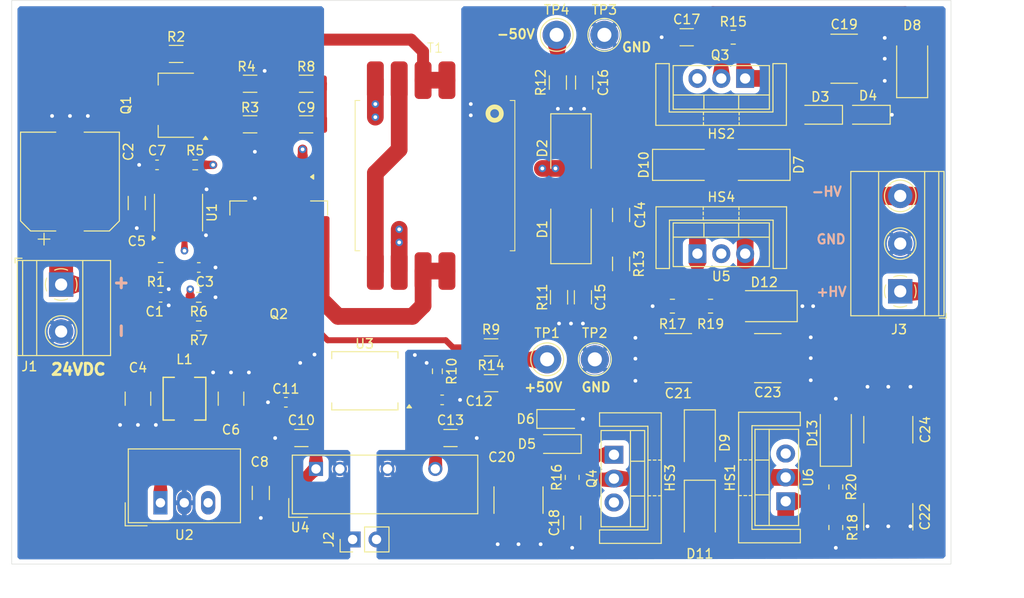
<source format=kicad_pcb>
(kicad_pcb (version 20240108) (generator "pcbnew") (generator_version "8.0")
  (layers (0 "F.Cu" signal) (1 "In1.Cu" signal) (2 "In2.Cu" signal) (31 "B.Cu" signal) (34 "B.Paste" user) (35 "F.Paste" user) (36 "B.SilkS" user "B.Silkscreen") (37 "F.SilkS" user "F.Silkscreen") (38 "B.Mask" user) (39 "F.Mask" user) (44 "Edge.Cuts" user))
  (net 0 "")
  (net 1 "GNDS")
  (net 2 "Net-(U1-Ith{slash}RUN)")
  (net 3 "+24V")
  (net 4 "Net-(C3-Pad1)")
  (net 5 "Net-(U2-Vin)")
  (net 6 "Net-(Q1-B)")
  (net 7 "+5V")
  (net 8 "Net-(C9-Pad1)")
  (net 9 "Net-(Q2-D)")
  (net 10 "GND")
  (net 11 "+50V")
  (net 12 "Net-(D3-K)")
  (net 13 "+44V")
  (net 14 "-50V")
  (net 15 "Net-(D5-K)")
  (net 16 "Net-(D10-K)")
  (net 17 "-44V")
  (net 18 "+5VD")
  (net 19 "Net-(D1-A)")
  (net 20 "Net-(D11-A)")
  (net 21 "Net-(D2-A)")
  (net 22 "Net-(D3-A)")
  (net 23 "Net-(D5-A)")
  (net 25 "Net-(C14-Pad2)")
  (net 26 "Net-(Q1-C)")
  (net 27 "Net-(Q1-E)")
  (net 28 "Net-(Q2-G)")
  (net 29 "Net-(Q3-E)")
  (net 30 "Net-(Q4-E)")
  (net 31 "Net-(R2-Pad2)")
  (net 32 "Net-(U1-TG)")
  (net 33 "Net-(U1-SET)")
  (net 34 "Net-(R7-Pad2)")
  (net 35 "Net-(R10-Pad2)")
  (net 36 "Net-(T1-Pad5)")
  (net 37 "Net-(T1-Pad1)")
  (footprint "Resistor_SMD:R_1206_3216Metric_Pad1.30x1.75mm_HandSolder" (layer "F.Cu") (at 133.35 78.867)
    (property "Reference" "R8")
    (property "Value" "47")
  )
  (footprint "Resistor_SMD:R_0603_1608Metric_Pad0.98x0.95mm_HandSolder" (layer "F.Cu") (at 147.32 109.474 -90)
    (property "Reference" "R10")
    (property "Value" "15k")
  )
  (footprint "Resistor_SMD:R_0805_2012Metric_Pad1.20x1.40mm_HandSolder" (layer "F.Cu") (at 172.339 102.545)
    (property "Reference" "R17")
    (property "Value" "5k11/0.5W")
  )
  (footprint "FLYBACK_LTC1624:VP3" (layer "F.Cu") (at 147.066 88.646 -90)
    (property "Reference" "T1")
    (property "Value" "VP3-0138")
  )
  (footprint "Package_TO_SOT_THT:TO-220-3_Vertical" (layer "F.Cu") (at 180.086 78.303 180)
    (property "Reference" "Q3")
    (property "Value" "TIP125")
  )
  (footprint "Resistor_SMD:R_1206_3216Metric_Pad1.30x1.75mm_HandSolder" (layer "F.Cu") (at 153.035 110.744)
    (property "Reference" "R14")
    (property "Value" "620k")
  )
  (footprint "Package_TO_SOT_THT:TO-220-3_Vertical" (layer "F.Cu") (at 184.404 123.317 90)
    (property "Reference" "U6")
    (property "Value" "LM317HV_TO-220")
  )
  (footprint "Diode_SMD:D_SMA" (layer "F.Cu") (at 175.26 124.587 -90)
    (property "Reference" "D11")
    (property "Value" "MRA4003T3G")
  )
  (footprint "Package_TO_SOT_THT:TO-220-3_Vertical" (layer "F.Cu") (at 175.006 96.957)
    (property "Reference" "U5")
    (property "Value" "LM337HV_TO220")
  )
  (footprint "Diode_SMD:D_SOD-123" (layer "F.Cu") (at 160.274 117.221 180)
    (property "Reference" "D5")
    (property "Value" "MMSZ5260BT1G")
  )
  (footprint "Diode_SMD:D_SMB" (layer "F.Cu") (at 161.544 85.725 -90)
    (property "Reference" "D2")
    (property "Value" "MURS120T3")
  )
  (footprint "Capacitor_SMD:C_1206_3216Metric_Pad1.33x1.80mm_HandSolder" (layer "F.Cu") (at 132.842 116.586 180)
    (property "Reference" "C10")
    (property "Value" "10u")
  )
  (footprint "Resistor_SMD:R_1206_3216Metric_Pad1.30x1.75mm_HandSolder" (layer "F.Cu") (at 119.507 75.692)
    (property "Reference" "R2")
    (property "Value" "CRF1206-FZ-R020ELF")
  )
  (footprint "Converter_DCDC:Converter_DCDC_TRACO_TBA1-xxxxE_Single_THT" (layer "F.Cu") (at 134.3975 119.8735 90)
    (property "Reference" "U4")
    (property "Value" "TBA1-0511E")
  )
  (footprint "Resistor_SMD:R_0603_1608Metric_Pad0.98x0.95mm_HandSolder" (layer "F.Cu") (at 121.539 87.503)
    (property "Reference" "R5")
    (property "Value" "10")
  )
  (footprint "Capacitor_SMD:C_0603_1608Metric_Pad1.08x0.95mm_HandSolder" (layer "F.Cu") (at 117.475 87.503 180)
    (property "Reference" "C7")
    (property "Value" "1u")
  )
  (footprint "FLYBACK_LTC1624:C_2220_5750Metric_Pad1.97x5.40mm_HandSolder" (layer "F.Cu") (at 195.326 115.697 90)
    (property "Reference" "C24")
    (property "Value" "10u")
  )
  (footprint "Capacitor_SMD:C_1206_3216Metric_Pad1.33x1.80mm_HandSolder" (layer "F.Cu") (at 161.671 125.603 -90)
    (property "Reference" "C18")
    (property "Value" "0.05u")
  )
  (footprint "Capacitor_SMD:C_1206_3216Metric_Pad1.33x1.80mm_HandSolder" (layer "F.Cu") (at 133.35 83.185 180)
    (property "Reference" "C9")
    (property "Value" "0.22u")
  )
  (footprint "Capacitor_SMD:C_1206_3216Metric_Pad1.33x1.80mm_HandSolder" (layer "F.Cu") (at 128.524 122.428 -90)
    (property "Reference" "C8")
    (property "Value" "10u")
  )
  (footprint "Package_TO_SOT_SMD:TO-263-2" (layer "F.Cu") (at 130.429 96.169 -90)
    (property "Reference" "Q2")
    (property "Value" "IRL540NS")
  )
  (footprint "Capacitor_SMD:C_1206_3216Metric_Pad1.33x1.80mm_HandSolder" (layer "F.Cu") (at 162.941 78.74 90)
    (property "Reference" "C16")
    (property "Value" "1u")
  )
  (footprint "FLYBACK_LTC1624:TCK-141" (layer "F.Cu") (at 120.396 112.395 -90)
    (property "Reference" "L1")
    (property "Value" "TCK-141")
  )
  (footprint "Resistor_SMD:R_0603_1608Metric_Pad0.98x0.95mm_HandSolder" (layer "F.Cu") (at 121.92 104.648)
    (property "Reference" "R7")
    (property "Value" "100")
  )
  (footprint "TerminalBlock_Phoenix:TerminalBlock_Phoenix_MKDS-1,5-3-5.08_1x03_P5.08mm_Horizontal" (layer "F.Cu") (at 196.596 100.965 90)
    (property "Reference" "J3")
    (property "Value" "1715734")
  )
  (footprint "Converter_DCDC:Converter_DCDC_TRACO_TSR-1_THT" (layer "F.Cu") (at 117.8365 123.4755)
    (property "Reference" "U2")
    (property "Value" "TSR_1-2450")
  )
  (footprint "Diode_SMD:D_SMA" (layer "F.Cu") (at 197.866 76.835 90)
    (property "Reference" "D8")
    (property "Value" "MRA4003T3G")
  )
  (footprint "Symbol:Symbol_HighVoltage_Triangle_8x7mm_Copper" (layer "F.Cu") (at 107.061 125.603)
    (property "Reference" "SYM2" (hide yes))
    (property "Value" "SYM_Flash_Large" (hide yes))
  )
  (footprint "Diode_SMD:D_SMB" (layer "F.Cu") (at 161.544 94.361 90)
    (property "Reference" "D1")
    (property "Value" "MURS120T3")
  )
  (footprint "Capacitor_SMD:C_0603_1608Metric_Pad1.08x0.95mm_HandSolder" (layer "F.Cu") (at 121.92 98.425)
    (property "Reference" "C3")
    (property "Value" "1u")
  )
  (footprint "FLYBACK_LTC1624:C_2220_5750Metric_Pad1.97x5.40mm_HandSolder" (layer "F.Cu") (at 182.499 108.077 180)
    (property "Reference" "C23")
    (property "Value" "10u")
  )
  (footprint "Diode_SMD:D_SOD-123" (layer "F.Cu") (at 188.087 82.169 180)
    (property "Reference" "D3")
    (property "Value" "MMSZ5260BT1G")
  )
  (footprint "TestPoint:TestPoint_THTPad_D3.0mm_Drill1.5mm" (layer "F.Cu") (at 164.084 108.204 180)
    (property "Reference" "TP2")
    (property "Value" "TestPoint")
  )
  (footprint "Resistor_SMD:R_1206_3216Metric_Pad1.30x1.75mm_HandSolder" (layer "F.Cu") (at 160.274 101.6 -90)
    (property "Reference" "R11")
    (property "Value" "18k")
  )
  (footprint "TerminalBlock_Phoenix:TerminalBlock_Phoenix_MKDS-1,5-2_1x02_P5.00mm_Horizontal" (layer "F.Cu") (at 107.264 100.243 -90)
    (property "Reference" "J1")
    (property "Value" "1715721")
  )
  (footprint "Resistor_SMD:R_1206_3216Metric_Pad1.30x1.75mm_HandSolder" (layer "F.Cu") (at 153.035 106.934)
    (property "Reference" "R9")
    (property "Value" "620k")
  )
  (footprint "Resistor_SMD:R_1206_3216Metric_Pad1.30x1.75mm_HandSolder" (layer "F.Cu") (at 166.878 98.044 -90)
    (property "Reference" "R13")
    (property "Value" "47")
  )
  (footprint "Resistor_SMD:R_0805_2012Metric_Pad1.20x1.40mm_HandSolder" (layer "F.Cu") (at 189.738 121.793 -90)
    (property "Reference" "R20")
    (property "Value" "150/.25W")
  )
  (footprint "Resistor_SMD:R_0603_1608Metric_Pad0.98x0.95mm_HandSolder" (layer "F.Cu") (at 117.856 98.425)
    (property "Reference" "R1")
    (property "Value" "1k")
  )
  (footprint "FLYBACK_LTC1624:C_2220_5750Metric_Pad1.97x5.40mm_HandSolder" (layer "F.Cu") (at 195.326 124.968 -90)
    (property "Reference" "C22")
    (property "Value" "10u")
  )
  (footprint "Capacitor_SMD:C_1210_3225Metric_Pad1.33x2.70mm_HandSolder" (layer "F.Cu") (at 115.443 112.395 -90)
    (property "Reference" "C4")
    (property "Value" "10u")
  )
  (footprint "Capacitor_SMD:C_1206_3216Metric_Pad1.33x1.80mm_HandSolder" (layer "F.Cu") (at 162.814 101.6 -90)
    (property "Reference" "C15")
    (property "Value" "1u")
  )
  (footprint "Capacitor_SMD:C_1210_3225Metric_Pad1.33x2.70mm_HandSolder" (layer "F.Cu") (at 125.349 112.395 90)
    (property "Reference" "C6")
    (property "Value" "10u")
  )
  (footprint "FLYBACK_LTC1624:Heatsink_Stonecold_HS-S01_13.21x6.35mm" (layer "F.Cu") (at 177.546 83.185 180)
    (property "Reference" "HS2")
    (property "Value" "HS-S01")
  )
  (footprint "Diode_SMD:D_SMA" (layer "F.Cu") (at 189.738 116.078 90)
    (property "Reference" "D13")
    (property "Value" "MRA4003T3G")
  )
  (footprint "Diode_SMD:D_SMA" (layer "F.Cu") (at 181.356 87.503 180)
    (property "Reference" "D7")
    (property "Value" "MRA4003T3G")
  )
  (footprint "Diode_SMD:D_SMA" (layer "F.Cu") (at 175.26 117.094 -90)
    (property "Reference" "D9")
    (property "Value" "MRA4003T3G")
  )
  (footprint "Capacitor_SMD:C_0603_1608Metric_Pad1.08x0.95mm_HandSolder" (layer "F.Cu") (at 117.856 101.6)
    (property "Reference" "C1")
    (property "Value" "0.01u")
  )
  (footprint "Resistor_SMD:R_1206_3216Metric_Pad1.30x1.75mm_HandSolder" (layer "F.Cu") (at 127.381 78.867)
    (property "Reference" "R4")
    (property "Value" "43k")
  )
  (footprint "FLYBACK_LTC1624:Heatsink_Stonecold_HS-S01_13.21x6.35mm" (layer "F.Cu") (at 179.501 120.808 90)
    (property "Reference" "HS1")
    (property "Value" "HS-S01")
  )
  (footprint "Resistor_SMD:R_0805_2012Metric_Pad1.20x1.40mm_HandSolder" (layer "F.Cu") (at 176.403 102.545)
    (property "Reference" "R19")
    (property "Value" "150/.25W")
  )
  (footprint "FLYBACK_LTC1624:C_2220_5750Metric_Pad1.97x5.40mm_HandSolder" (layer "F.Cu") (at 190.627 76.2)
    (property "Reference" "C19")
    (property "Value" "10u")
  )
  (footprint "Package_SO:SSO-8_6.8x5.9mm_P1.27mm_Clearance8mm" (layer "F.Cu") (at 139.573 110.49 180)
    (property "Reference" "U3")
    (property "Value" "ADUM4195-1")
  )
  (footprint "Symbol:Symbol_Attention_Triangle_8x7mm_Copper" (layer "F.Cu") (at 107.061 117.348)
    (property "Reference" "SYM1" (hide yes))
    (property "Value" "SYM_Flash_Large" (hide yes))
  )
  (footprint "Resistor_SMD:R_1206_3216Metric_Pad1.30x1.75mm_HandSolder" (layer "F.Cu") (at 127.381 83.185 180)
    (property "Reference" "R3")
    (property "Value" "220")
  )
  (footprint "Resistor_SMD:R_0805_2012Metric_Pad1.20x1.40mm_HandSolder" (layer "F.Cu") (at 161.671 120.777 90)
    (property "Reference" "R16")
    (property "Value" "3k/.25W")
  )
  (footprint "Resistor_SMD:R_0805_2012Metric_Pad1.20x1.40mm_HandSolder" (layer "F.Cu") (at 178.816 73.914)
    (property "Reference" "R15")
    (property "Value" "3k/.25W")
  )
  (footprint "Package_TO_SOT_THT:TO-220-3_Vertical" (layer "F.Cu") (at 166.116 118.364 -90)
    (property "Reference" "Q4")
    (property "Value" "TIP120")
  )
  (footprint "TestPoint:TestPoint_THTPad_D3.0mm_Drill1.5mm" (layer "F.Cu") (at 160.02 73.66 90)
    (property "Reference" "TP4")
    (property "Value" "TestPoint")
  )
  (footprint "Resistor_SMD:R_1206_3216Metric_Pad1.30x1.75mm_HandSolder" (layer "F.Cu") (at 160.147 78.74 90)
    (property "Reference" "R12")
    (property "Value" "18k")
  )
  (footprint "FLYBACK_LTC1624:Heatsink_Stonecold_HS-S01_13.21x6.35mm" (layer "F.Cu") (at 177.526 92.075)
    (property "Reference" "HS4")
    (property "Value" "HS-S01")
  )
  (footprint "Diode_SMD:D_SOD-123" (layer "F.Cu") (at 193.167 82.169 180)
    (property "Reference" "D4")
    (property "Value" "BZT52C10-E3-08")
  )
  (footprint "TestPoint:TestPoint_THTPad_D3.0mm_Drill1.5mm" (layer "F.Cu") (at 159.004 108.204 -90)
    (property "Reference" "TP1")
    (property "Value" "TestPoint")
  )
  (footprint "Capacitor_SMD:CP_Elec_10x10" (layer "F.Cu") (at 108.204 89.281 90)
    (property "Reference" "C2")
    (property "Value" "330u")
  )
  (footprint "Package_TO_SOT_SMD:SOT-223-3_TabPin2" (layer "F.Cu") (at 119.507 81.153 180)
    (property "Reference" "Q1")
    (property "Value" "PZT2222A")
  )
  (footprint "Capacitor_SMD:C_1206_3216Metric_Pad1.33x1.80mm_HandSolder" (layer "F.Cu") (at 115.316 91.567 -90)
    (property "Reference" "C5")
    (property "Value" "1u")
  )
  (footprint "Capacitor_SMD:C_0603_1608Metric_Pad1.08x0.95mm_HandSolder" (layer "F.Cu") (at 147.828 112.522)
    (property "Reference" "C12")
    (property "Value" "0.1u")
  )
  (footprint "TestPoint:TestPoint_THTPad_D3.0mm_Drill1.5mm" (layer "F.Cu") (at 165.1 73.66 90)
    (property "Reference" "TP3")
    (property "Value" "TestPoint")
  )
  (footprint "FLYBACK_LTC1624:C_2220_5750Metric_Pad1.97x5.40mm_HandSolder" (layer "F.Cu") (at 172.974 108.077)
    (property "Reference" "C21")
    (property "Value" "10u")
  )
  (footprint "FLYBACK_LTC1624:Heatsink_Stonecold_HS-S01_13.21x6.35mm" (layer "F.Cu") (at 171.044 120.829 -90)
    (property "Reference" "HS3")
    (property "Value" "HS-S01")
  )
  (footprint "Diode_SMD:D_SMA" (layer "F.Cu") (at 173.736 87.503)
    (property "Reference" "D10")
    (property "Value" "MRA4003T3G")
  )
  (footprint "Resistor_SMD:R_0805_2012Metric_Pad1.20x1.40mm_HandSolder" (layer "F.Cu") (at 189.738 126.111 -90)
    (property "Reference" "R18")
    (property "Value" "5k11/0.5W")
  )
  (footprint "Capacitor_SMD:C_1206_3216Metric_Pad1.33x1.80mm_HandSolder" (layer "F.Cu") (at 148.717 116.586)
    (property "Reference" "C13")
    (property "Value" "10u")
  )
  (footprint "Diode_SMD:D_SOD-123" (layer "F.Cu") (at 160.274 114.554)
    (property "Reference" "D6")
    (property "Value" "BZT52C10-E3-08")
  )
  (footprint "Capacitor_SMD:C_1206_3216Metric_Pad1.33x1.80mm_HandSolder" (layer "F.Cu") (at 173.863 73.914 180)
    (property "Reference" "C17")
    (property "Value" "0.05u")
  )
  (footprint "Diode_SMD:D_SMA" (layer "F.Cu") (at 182.118 102.545 180)
    (property "Reference" "D12")
    (property "Value" "MRA4003T3G")
  )
  (footprint "Capacitor_SMD:C_0603_1608Metric_Pad1.08x0.95mm_HandSolder" (layer "F.Cu") (at 131.191 112.776)
    (property "Reference" "C11")
    (property "Value" "0.1u")
  )
  (footprint "FLYBACK_LTC1624:C_2220_5750Metric_Pad1.97x5.40mm_HandSolder" (layer "F.Cu") (at 155.956 123.19 -90)
    (property "Reference" "C20")
    (property "Value" "10u")
  )
  (footprint "Resistor_SMD:R_0603_1608Metric_Pad0.98x0.95mm_HandSolder" (layer "F.Cu") (at 121.92 101.6 180)
    (property "Reference" "R6")
    (property "Value" "15k")
  )
  (footprint "Package_SO:SOIC-8_3.9x4.9mm_P1.27mm" (layer "F.Cu") (at 119.761 92.583 90)
    (property "Reference" "U1")
    (property "Value" "LTC1624CS8")
  )
  (footprint "Connector_PinHeader_2.54mm:PinHeader_1x02_P2.54mm_Vertical" (layer "F.Cu") (at 138.298 127.381 90)
    (property "Reference" "J2")
    (property "Value" "Conn_01x02")
  )
  (footprint "Capacitor_SMD:C_1206_3216Metric_Pad1.33x1.80mm_HandSolder" (layer "F.Cu") (at 166.878 92.837 -90)
    (property "Reference" "C14")
    (property "Value" "0.22u")
  )
  (gr_line (start 113.665 104.648) (end 113.665 105.664) (stroke (width 0.3)) (layer "B.SilkS"))
  (gr_line (start 113.665 99.568) (end 113.665 100.584) (stroke (width 0.3)) (layer "B.SilkS"))
  (gr_line (start 113.157 100.076) (end 114.173 100.076) (stroke (width 0.3)) (layer "B.SilkS"))
  (gr_line (start 113.665 99.568) (end 113.665 100.584) (stroke (width 0.3)) (layer "F.SilkS"))
  (gr_line (start 113.157 100.076) (end 114.173 100.076) (stroke (width 0.3)) (layer "F.SilkS"))
  (gr_line (start 113.665 104.648) (end 113.665 105.664) (stroke (width 0.3)) (layer "F.SilkS"))
  (gr_rect (start 102 70) (end 202 130) (stroke (width 0.05)) (fill none) (layer "Edge.Cuts"))
  (gr_text "-HV\n" (at 187.071 90.932 0) (layer "B.SilkS") (effects (font (size 1 1) (thickness 0.2) (bold yes)) (justify left bottom)))
  (gr_text "GND\n" (at 187.579 96.012 0) (layer "B.SilkS") (effects (font (size 1 1) (thickness 0.2) (bold yes)) (justify left bottom)))
  (gr_text "+HV\n" (at 187.579 101.6 0) (layer "B.SilkS") (effects (font (size 1 1) (thickness 0.2) (bold yes)) (justify left bottom)))
  (gr_text "GND\n" (at 162.56 111.76 0) (layer "F.SilkS") (effects (font (size 1 1) (thickness 0.2) (bold yes)) (justify left bottom)))
  (gr_text "-HV\n" (at 187.071 90.932 0) (layer "F.SilkS") (effects (font (size 1 1) (thickness 0.2) (bold yes)) (justify left bottom)))
  (gr_text "-50V" (at 153.543 74.168 0) (layer "F.SilkS") (effects (font (size 1 1) (thickness 0.2) (bold yes)) (justify left bottom)))
  (gr_text "GND\n" (at 166.878 75.565 0) (layer "F.SilkS") (effects (font (size 1 1) (thickness 0.2) (bold yes)) (justify left bottom)))
  (gr_text "GND\n" (at 187.579 96.012 0) (layer "F.SilkS") (effects (font (size 1 1) (thickness 0.2) (bold yes)) (justify left bottom)))
  (gr_text "+50V" (at 156.464 111.76 0) (layer "F.SilkS") (effects (font (size 1 1) (thickness 0.2) (bold yes)) (justify left bottom)))
  (gr_text "24VDC" (at 106.045 109.982 0) (layer "F.SilkS") (effects (font (size 1.2 1.2) (thickness 0.3) (bold yes)) (justify left bottom)))
  (gr_text "+HV\n" (at 187.579 101.6 0) (layer "F.SilkS") (effects (font (size 1 1) (thickness 0.2) (bold yes)) (justify left bottom)))
  (segment (start 131.2795 116.586) (end 130.048 116.586) (width 1.27) (layer "F.Cu") (net 1))
  (segment (start 122.747 90.108) (end 121.666 90.108) (width 0.635) (layer "F.Cu") (net 1))
  (segment (start 134.2255 108.585) (end 134.2255 107.7095) (width 0.635) (layer "F.Cu") (net 1))
  (segment (start 116.6125 87.503) (end 115.57 87.503) (width 0.889) (layer "F.Cu") (net 1))
  (segment (start 127.889 88.519) (end 127.889 91.059) (width 1.016) (layer "F.Cu") (net 1))
  (segment (start 134.2255 108.585) (end 132.715 108.585) (width 0.635) (layer "F.Cu") (net 1))
  (segment (start 130.3285 112.776) (end 129.286 112.776) (width 0.889) (layer "F.Cu") (net 1))
  (segment (start 123.698 98.425) (end 122.7825 98.425) (width 0.635) (layer "F.Cu") (net 1))
  (segment (start 128.524 123.9905) (end 128.524 125.095) (width 1.27) (layer "F.Cu") (net 1))
  (segment (start 127.889 88.519) (end 127.889 86.106) (width 1.016) (layer "F.Cu") (net 1))
  (segment (start 122.682 94.996) (end 121.728 94.996) (width 0.635) (layer "F.Cu") (net 1))
  (segment (start 118.7185 100.7375) (end 118.7185 101.6) (width 0.889) (layer "F.Cu") (net 1))
  (segment (start 115.316 93.1295) (end 115.316 94.234) (width 1.27) (layer "F.Cu") (net 1))
  (segment (start 118.7185 102.4625) (end 118.7185 101.6) (width 0.889) (layer "F.Cu") (net 1))
  (segment (start 128.931 77.496) (end 128.931 78.867) (width 1.27) (layer "F.Cu") (net 1))
  (segment (start 123.698 101.6) (end 122.8325 101.6) (width 0.635) (layer "F.Cu") (net 1))
  (segment (start 134.2255 107.7095) (end 134.239 107.696) (width 0.635) (layer "F.Cu") (net 1))
  (via (at 117.348 115.189) (size 0.8) (drill 0.4) (layers "F.Cu" "B.Cu") (net 1))
  (via (at 123.698 98.425) (size 0.8) (drill 0.4) (layers "F.Cu" "B.Cu") (net 1))
  (via (at 127.254 109.601) (size 0.8) (drill 0.4) (layers "F.Cu" "B.Cu") (net 1))
  (via (at 123.698 101.6) (size 0.8) (drill 0.4) (layers "F.Cu" "B.Cu") (net 1))
  (via (at 134.239 107.696) (size 0.8) (drill 0.4) (layers "F.Cu" "B.Cu") (net 1))
  (via (at 113.538 115.189) (size 0.8) (drill 0.4) (layers "F.Cu" "B.Cu") (net 1))
  (via (at 115.316 94.234) (size 0.8) (drill 0.4) (layers "F.Cu" "B.Cu") (net 1))
  (via (at 118.7185 100.7375) (size 0.8) (drill 0.4) (layers "F.Cu" "B.Cu") (net 1))
  (via (at 132.715 108.585) (size 0.8) (drill 0.4) (layers "F.Cu" "B.Cu") (net 1))
  (via (at 128.931 77.496) (size 0.8) (drill 0.4) (layers "F.Cu" "B.Cu") (net 1))
  (via (at 127.889 86.106) (size 0.8) (drill 0.4) (layers "F.Cu" "B.Cu") (net 1))
  (via (at 128.524 125.095) (size 0.8) (drill 0.4) (layers "F.Cu" "B.Cu") (net 1))
  (via (at 122.747 90.108) (size 0.8) (drill 0.4) (layers "F.Cu" "B.Cu") (net 1))
  (via (at 125.349 109.601) (size 0.8) (drill 0.4) (layers "F.Cu" "B.Cu") (net 1))
  (via (at 130.048 116.586) (size 0.8) (drill 0.4) (layers "F.Cu" "B.Cu") (net 1))
  (via (at 127.889 91.059) (size 0.8) (drill 0.4) (layers "F.Cu" "B.Cu") (net 1))
  (via (at 122.682 94.996) (size 0.8) (drill 0.4) (layers "F.Cu" "B.Cu") (net 1))
  (via (at 129.286 112.776) (size 0.8) (drill 0.4) (layers "F.Cu" "B.Cu") (net 1))
  (via (at 115.443 115.189) (size 0.8) (drill 0.4) (layers "F.Cu" "B.Cu") (net 1))
  (via (at 108.204 82.296) (size 0.8) (drill 0.4) (layers "F.Cu" "B.Cu") (net 1))
  (via (at 115.57 87.503) (size 0.8) (drill 0.4) (layers "F.Cu" "B.Cu") (net 1))
  (via (at 118.7185 102.4625) (size 0.8) (drill 0.4) (layers "F.Cu" "B.Cu") (net 1))
  (via (at 110.109 82.296) (size 0.8) (drill 0.4) (layers "F.Cu" "B.Cu") (net 1))
  (via (at 106.299 82.296) (size 0.8) (drill 0.4) (layers "F.Cu" "B.Cu") (net 1))
  (via (at 123.444 109.601) (size 0.8) (drill 0.4) (layers "F.Cu" "B.Cu") (net 1))
  (segment (start 116.9435 97.4325) (end 116.9435 98.425) (width 0.508) (layer "F.Cu") (net 2))
  (segment (start 116.9935 101.6) (end 116.967 101.5735) (width 0.508) (layer "F.Cu") (net 2))
  (segment (start 119.126 96.647) (end 118.872 96.901) (width 0.508) (layer "F.Cu") (net 2))
  (segment (start 119.126 95.058) (end 119.126 96.647) (width 0.508) (layer "F.Cu") (net 2))
  (segment (start 116.967 101.5735) (end 116.967 98.4485) (width 0.508) (layer "F.Cu") (net 2))
  (segment (start 116.967 98.4485) (end 116.9435 98.425) (width 0.508) (layer "F.Cu") (net 2))
  (segment (start 118.872 96.901) (end 117.475 96.901) (width 0.508) (layer "F.Cu") (net 2))
  (segment (start 117.475 96.901) (end 116.9435 97.4325) (width 0.508) (layer "F.Cu") (net 2))
  (segment (start 111.824 93.281) (end 113.157 91.948) (width 1.27) (layer "F.Cu") (net 3))
  (segment (start 113.157 90.0045) (end 115.316 90.0045) (width 1.27) (layer "F.Cu") (net 3))
  (segment (start 117.6405 110.8325) (end 115.443 110.8325) (width 1.27) (layer "F.Cu") (net 3))
  (segment (start 107.264 97.333) (end 108.204 96.393) (width 2.54) (layer "F.Cu") (net 3))
  (segment (start 107.264 100.243) (end 107.264 97.333) (width 2.54) (layer "F.Cu") (net 3))
  (segment (start 113.157 90.0045) (end 113.157 78.867) (width 1.27) (layer "F.Cu") (net 3))
  (segment (start 118.12905 110.34395) (end 117.6405 110.8325) (width 1.27) (layer "F.Cu") (net 3))
  (segment (start 115.443 110.8325) (end 115.443 105.918) (width 1.27) (layer "F.Cu") (net 3))
  (segment (start 108.204 96.393) (end 108.204 93.281) (width 2.54) (layer "F.Cu") (net 3))
  (segment (start 108.204 93.281) (end 111.824 93.281) (width 1.27) (layer "F.Cu") (net 3))
  (segment (start 116.332 75.692) (end 117.957 75.692) (width 1.27) (layer "F.Cu") (net 3))
  (segment (start 120.396 110.34395) (end 118.12905 110.34395) (width 1.27) (layer "F.Cu") (net 3))
  (segment (start 109.768 100.243) (end 107.264 100.243) (width 1.27) (layer "F.Cu") (net 3))
  (segment (start 113.157 78.867) (end 116.332 75.692) (width 1.27) (layer "F.Cu") (net 3))
  (segment (start 115.316 90.0045) (end 117.7525 90.0045) (width 0.635) (layer "F.Cu") (net 3))
  (segment (start 115.443 105.918) (end 109.768 100.243) (width 1.27) (layer "F.Cu") (net 3))
  (segment (start 113.157 91.948) (end 113.157 90.0045) (width 1.27) (layer "F.Cu") (net 3))
  (segment (start 118.7685 98.425) (end 121.0575 98.425) (width 0.635) (layer "F.Cu") (net 4))
  (segment (start 125.349 113.9575) (end 122.8975 113.9575) (width 1.27) (layer "F.Cu") (net 5))
  (segment (start 122.8975 113.9575) (end 122.40895 114.44605) (width 1.27) (layer "F.Cu") (net 5))
  (segment (start 122.40895 114.44605) (end 120.396 114.44605) (width 1.27) (layer "F.Cu") (net 5))
  (segment (start 120.396 114.44605) (end 120.396 116.967) (width 1.27) (layer "F.Cu") (net 5))
  (segment (start 117.856 123.456) (end 117.8365 123.4755) (width 1.27) (layer "F.Cu") (net 5))
  (segment (start 117.856 119.507) (end 117.856 123.456) (width 1.27) (layer "F.Cu") (net 5))
  (segment (start 120.396 116.967) (end 117.856 119.507) (width 1.27) (layer "F.Cu") (net 5))
  (segment (start 119.126 88.2915) (end 118.3375 87.503) (width 0.508) (layer "F.Cu") (net 6))
  (segment (start 118.3375 84.2275) (end 119.112 83.453) (width 0.889) (layer "F.Cu") (net 6))
  (segment (start 118.3375 87.503) (end 118.3375 84.2275) (width 0.889) (layer "F.Cu") (net 6))
  (segment (start 119.126 90.108) (end 119.126 88.2915) (width 0.508) (layer "F.Cu") (net 6))
  (segment (start 119.112 83.453) (end 122.657 83.453) (width 0.889) (layer "F.Cu") (net 6))
  (segment (start 134.4045 116.586) (end 134.366 116.586) (width 0.635) (layer "F.Cu") (net 7))
  (segment (start 134.3975 119.8735) (end 134.3975 116.593) (width 1.27) (layer "F.Cu") (net 7))
  (segment (start 132.4345 112.395) (end 134.2255 112.395) (width 0.635) (layer "F.Cu") (net 7))
  (segment (start 134.366 116.586) (end 132.0535 114.2735) (width 0.635) (layer "F.Cu") (net 7))
  (segment (start 132.0535 114.2735) (end 132.0535 112.776) (width 0.635) (layer "F.Cu") (net 7))
  (segment (start 132.0535 112.776) (end 132.4345 112.395) (width 0.635) (layer "F.Cu") (net 7))
  (segment (start 128.524 120.8655) (end 133.4055 120.8655) (width 1.27) (layer "F.Cu") (net 7))
  (segment (start 133.4055 120.8655) (end 134.3975 119.8735) (width 1.27) (layer "F.Cu") (net 7))
  (segment (start 134.3975 116.593) (end 134.4045 116.586) (width 1.27) (layer "F.Cu") (net 7))
  (segment (start 134.9125 83.185) (end 134.9125 78.8795) (width 1.27) (layer "F.Cu") (net 8))
  (segment (start 134.9125 78.8795) (end 134.9 78.867) (width 1.27) (layer "F.Cu") (net 8))
  (segment (start 144.653 103.632) (end 136.742 103.632) (width 1.778) (layer "F.Cu") (net 9))
  (segment (start 130.429 85.486875) (end 130.429 97.669) (width 1.27) (layer "F.Cu") (net 9))
  (segment (start 145.796 98.806) (end 145.796 102.489) (width 1.778) (layer "F.Cu") (net 9))
  (segment (start 131.7875 84.128375) (end 130.429 85.486875) (width 1.27) (layer "F.Cu") (net 9))
  (segment (start 136.742 103.632) (end 133.204 100.094) (width 1.778) (layer "F.Cu") (net 9))
  (segment (start 131.7875 83.185) (end 131.7875 84.128375) (width 1.27) (layer "F.Cu") (net 9))
  (segment (start 145.796 98.806) (end 148.336 98.806) (width 1.778) (layer "F.Cu") (net 9))
  (segment (start 145.796 102.489) (end 144.653 103.632) (width 1.778) (layer "F.Cu") (net 9))
  (segment (start 150.2795 116.586) (end 151.511 116.586) (width 1.27) (layer "F.Cu") (net 10))
  (segment (start 195.707 82.169) (end 194.817 82.169) (width 0.889) (layer "F.Cu") (net 10))
  (segment (start 144.9205 108.585) (end 146.177 108.585) (width 0.635) (layer "F.Cu") (net 10))
  (segment (start 161.924 114.554) (end 162.814 114.554) (width 0.889) (layer "F.Cu") (net 10))
  (segment (start 144.9205 108.585) (end 144.9205 109.474) (width 0.635) (layer "F.Cu") (net 10))
  (segment (start 144.9205 109.855) (end 144.9205 109.474) (width 0.635) (layer "F.Cu") (net 10))
  (segment (start 150.876 78.486) (end 150.876 82.226003) (width 1.778) (layer "F.Cu") (net 10))
  (segment (start 189.738 114.078) (end 189.738 112.395) (width 1.778) (layer "F.Cu") (net 10))
  (segment (start 189.738 127.111) (end 189.738 128.27) (width 1.016) (layer "F.Cu") (net 10))
  (segment (start 171.339 102.545) (end 170.236 102.545) (width 1.016) (layer "F.Cu") (net 10))
  (segment (start 148.6905 112.522) (end 149.733 112.522) (width 0.889) (layer "F.Cu") (net 10))
  (segment (start 144.9205 108.585) (end 147.2965 108.585) (width 0.635) (layer "F.Cu") (net 10))
  (segment (start 144.9205 108.585) (end 144.9205 107.7435) (width 0.635) (layer "F.Cu") (net 10))
  (segment (start 184.118 102.545) (end 187.325 102.545) (width 1.778) (layer "F.Cu") (net 10))
  (segment (start 172.3005 73.914) (end 171.196 73.914) (width 1.27) (layer "F.Cu") (net 10))
  (segment (start 146.177 108.585) (end 147.2965 108.585) (width 0.635) (layer "F.Cu") (net 10))
  (segment (start 161.671 127.1655) (end 161.671 128.27) (width 1.27) (layer "F.Cu") (net 10))
  (segment (start 147.2965 108.585) (end 147.32 108.5615) (width 0.635) (layer "F.Cu") (net 10))
  (segment (start 150.876 78.486) (end 150.749 78.486) (width 1.27) (layer "F.Cu") (net 10))
  (via (at 168.402 108.133) (size 0.8) (drill 0.4) (layers "F.Cu" "B.Cu") (net 10))
  (via (at 162.814 104.394) (size 0.8) (drill 0.4) (layers "F.Cu" "B.Cu") (net 10))
  (via (at 171.196 73.914) (size 0.8) (drill 0.4) (layers "F.Cu" "B.Cu") (net 10))
  (via (at 187.071 110.434) (size 0.8) (drill 0.4) (layers "F.Cu" "B.Cu") (net 10))
  (via (at 150.876 81.026) (size 0.8) (drill 0.4) (layers "F.Cu" "B.Cu") (net 10))
  (via (at 189.738 128.27) (size 0.8) (drill 0.4) (layers "F.Cu" "B.Cu") (net 10))
  (via (at 193.111 125.984) (size 0.8) (drill 0.4) (layers "F.Cu" "B.Cu") (net 10))
  (via (at 149.733 112.522) (size 0.8) (drill 0.4) (layers "F.Cu" "B.Cu") (net 10))
  (via (at 187.071 108.077) (size 0.8) (drill 0.4) (layers "F.Cu" "B.Cu") (net 10))
  (via (at 146.177 108.585) (size 0.8) (drill 0.4) (layers "F.Cu" "B.Cu") (net 10))
  (via (at 195.326 111.125) (size 0.8) (drill 0.4) (layers "F.Cu" "B.Cu") (net 10))
  (via (at 195.326 125.984) (size 0.8) (drill 0.4) (layers "F.Cu" "B.Cu") (net 10))
  (via (at 160.274 104.394) (size 0.8) (drill 0.4) (layers "F.Cu" "B.Cu") (net 10))
  (via (at 168.402 105.918) (size 0.8) (drill 0.4) (layers "F.Cu" "B.Cu") (net 10))
  (via (at 197.683 125.984) (size 0.8) (drill 0.4) (layers "F.Cu" "B.Cu") (net 10))
  (via (at 168.402 110.49) (size 0.8) (drill 0.4) (layers "F.Cu" "B.Cu") (net 10))
  (via (at 161.671 128.27) (size 0.8) (drill 0.4) (layers "F.Cu" "B.Cu") (net 10))
  (via (at 189.738 112.395) (size 0.8) (drill 0.4) (layers "F.Cu" "B.Cu") (net 10))
  (via (at 153.741 127.889) (size 0.8) (drill 0.4) (layers "F.Cu" "B.Cu") (net 10))
  (via (at 162.941 81.534) (size 0.8) (drill 0.4) (layers "F.Cu" "B.Cu") (net 10))
  (via (at 161.544 104.394) (size 0.8) (drill 0.4) (layers "F.Cu" "B.Cu") (net 10))
  (via (at 194.945 73.985) (size 0.8) (drill 0.4) (layers "F.Cu" "B.Cu") (net 10))
  (via (at 160.147 81.534) (size 0.8) (drill 0.4) (layers "F.Cu" "B.Cu") (net 10))
  (via (at 155.956 127.889) (size 0.8) (drill 0.4) (layers "F.Cu" "B.Cu") (net 10))
  (via (at 194.945 78.557) (size 0.8) (drill 0.4) (layers "F.Cu" "B.Cu") (net 10))
  (via (at 161.544 81.534) (size 0.8) (drill 0.4) (layers "F.Cu" "B.Cu") (net 10))
  (via (at 187.071 105.862) (size 0.8) (drill 0.4) (layers "F.Cu" "B.Cu") (net 10))
  (via (at 151.511 116.586) (size 0.8) (drill 0.4) (layers "F.Cu" "B.Cu") (net 10))
  (via (at 193.111 111.125) (size 0.8) (drill 0.4) (layers "F.Cu" "B.Cu") (net 10))
  (via (at 197.683 111.125) (size 0.8) (drill 0.4) (layers "F.Cu" "B.Cu") (net 10))
  (via (at 144.9205 107.7435) (size 0.8) (drill 0.4) (layers "F.Cu" "B.Cu") (net 10))
  (via (at 195.707 82.169) (size 0.8) (drill 0.4) (layers "F.Cu" "B.Cu") (net 10))
  (via (at 186.182 102.545) (size 0.8) (drill 0.4) (layers "F.Cu" "B.Cu") (net 10))
  (via (at 162.814 114.554) (size 0.8) (drill 0.4) (layers "F.Cu" "B.Cu") (net 10))
  (via (at 158.313 127.889) (size 0.8) (drill 0.4) (layers "F.Cu" "B.Cu") (net 10))
  (via (at 187.325 102.545) (size 0.8) (drill 0.4) (layers "F.Cu" "B.Cu") (net 10))
  (via (at 170.236 102.545) (size 0.8) (drill 0.4) (layers "F.Cu" "B.Cu") (net 10))
  (via (at 194.945 76.2) (size 0.8) (drill 0.4) (layers "F.Cu" "B.Cu") (net 10))
  (via (at 150.876 82.226003) (size 0.8) (drill 0.4) (layers "F.Cu" "B.Cu") (net 10))
  (segment (start 161.671 121.777) (end 161.671 124.0405) (width 1.27) (layer "F.Cu") (net 11))
  (segment (start 171.799 115.094) (end 175.26 115.094) (width 1.27) (layer "F.Cu") (net 11))
  (segment (start 164.719 120.904) (end 166.116 120.904) (width 1.27) (layer "F.Cu") (net 11))
  (segment (start 158.014 100.05) (end 154.585 103.479) (width 1.27) (layer "F.Cu") (net 11))
  (segment (start 162.8015 100.05) (end 162.814 100.0375) (width 1.27) (layer "F.Cu") (net 11))
  (segment (start 170.942 119.888) (end 170.942 115.951) (width 1.27) (layer "F.Cu") (net 11))
  (segment (start 161.671 121.777) (end 163.846 121.777) (width 1.27) (layer "F.Cu") (net 11))
  (segment (start 162.814 100.0375) (end 164.6305 100.0375) (width 1.27) (layer "F.Cu") (net 11))
  (segment (start 164.6305 100.0375) (end 165.074 99.594) (width 1.27) (layer "F.Cu") (net 11))
  (segment (start 170.942 115.951) (end 171.799 115.094) (width 1.27) (layer "F.Cu") (net 11))
  (segment (start 154.585 106.934) (end 154.585 108.204) (width 1.27) (layer "F.Cu") (net 11))
  (segment (start 154.585 103.479) (end 154.585 106.934) (width 1.27) (layer "F.Cu") (net 11))
  (segment (start 154.585 108.204) (end 159.004 108.204) (width 1.27) (layer "F.Cu") (net 11))
  (segment (start 160.274 100.05) (end 158.014 100.05) (width 1.27) (layer "F.Cu") (net 11))
  (segment (start 154.585 106.934) (end 154.585 110.744) (width 1.27) (layer "F.Cu") (net 11))
  (segment (start 165.074 99.594) (end 166.878 99.594) (width 1.27) (layer "F.Cu") (net 11))
  (segment (start 161.544 100.05) (end 162.8015 100.05) (width 1.27) (layer "F.Cu") (net 11))
  (segment (start 166.116 120.904) (end 169.926 120.904) (width 1.27) (layer "F.Cu") (net 11))
  (segment (start 163.846 121.777) (end 164.719 120.904) (width 1.27) (layer "F.Cu") (net 11))
  (segment (start 169.926 120.904) (end 170.942 119.888) (width 1.27) (layer "F.Cu") (net 11))
  (segment (start 161.544 96.511) (end 161.544 100.05) (width 1.27) (layer "F.Cu") (net 11))
  (segment (start 160.274 100.05) (end 161.544 100.05) (width 1.27) (layer "F.Cu") (net 11))
  (segment (start 187.96 87.503) (end 189.737 85.726) (width 0.889) (layer "F.Cu") (net 12))
  (segment (start 183.356 87.503) (end 187.96 87.503) (width 0.889) (layer "F.Cu") (net 12))
  (segment (start 189.737 82.169) (end 191.517 82.169) (width 0.889) (layer "F.Cu") (net 12))
  (segment (start 189.737 85.726) (end 189.737 82.169) (width 0.889) (layer "F.Cu") (net 12))
  (segment (start 186.436 120.777) (end 189.135 118.078) (width 1.778) (layer "F.Cu") (net 13))
  (segment (start 189.738 118.078) (end 189.738 120.793) (width 1.27) (layer "F.Cu") (net 13))
  (segment (start 175.26 122.587) (end 175.26 120.777) (width 1.778) (layer "F.Cu") (net 13))
  (segment (start 200.406 102.362) (end 199.009 100.965) (width 1.778) (layer "F.Cu") (net 13))
  (segment (start 184.404 120.777) (end 175.26 120.777) (width 1.778) (layer "F.Cu") (net 13))
  (segment (start 191.8045 118.3345) (end 191.548 118.078) (width 1.778) (layer "F.Cu") (net 13))
  (segment (start 189.135 118.078) (end 189.738 118.078) (width 1.778) (layer "F.Cu") (net 13))
  (segment (start 199.009 100.965) (end 196.596 100.965) (width 1.778) (layer "F.Cu") (net 13))
  (segment (start 195.326 118.3345) (end 199.4195 118.3345) (width 1.778) (layer "F.Cu") (net 13))
  (segment (start 195.326 118.3345) (end 191.8045 118.3345) (width 1.778) (layer "F.Cu") (net 13))
  (segment (start 175.26 119.094) (end 175.26 120.777) (width 1.778) (layer "F.Cu") (net 13))
  (segment (start 199.4195 118.3345) (end 200.406 117.348) (width 1.778) (layer "F.Cu") (net 13))
  (segment (start 184.404 120.777) (end 186.436 120.777) (width 1.778) (layer "F.Cu") (net 13))
  (segment (start 200.406 117.348) (end 200.406 102.362) (width 1.778) (layer "F.Cu") (net 13))
  (segment (start 191.548 118.078) (end 189.738 118.078) (width 1.778) (layer "F.Cu") (net 13))
  (segment (start 160.147 77.19) (end 162.9285 77.19) (width 1.27) (layer "F.Cu") (net 14))
  (segment (start 175.4255 73.914) (end 175.4255 72.4785) (width 1.27) (layer "F.Cu") (net 14))
  (segment (start 160.147 73.787) (end 160.02 73.66) (width 1.27) (layer "F.Cu") (net 14))
  (segment (start 160.147 77.19) (end 160.147 73.787) (width 1.27) (layer "F.Cu") (net 14))
  (segment (start 176.657 71.247) (end 197.104 71.247) (width 1.27) (layer "F.Cu") (net 14))
  (segment (start 197.104 71.247) (end 197.866 72.009) (width 1.27) (layer "F.Cu") (net 14))
  (segment (start 162.9285 77.19) (end 162.941 77.1775) (width 1.27) (layer "F.Cu") (net 14))
  (segment (start 175.4255 72.4785) (end 176.657 71.247) (width 1.27) (layer "F.Cu") (net 14))
  (segment (start 175.4255 73.914) (end 177.276 73.914) (width 1.27) (layer "F.Cu") (net 14))
  (segment (start 140.716 78.486) (end 140.716 82.423) (width 1.778) (layer "F.Cu") (net 14))
  (segment (start 197.866 72.009) (end 197.866 74.835) (width 1.27) (layer "F.Cu") (net 14))
  (segment (start 177.546 78.303) (end 177.546 74.184) (width 1.27) (layer "F.Cu") (net 14))
  (segment (start 177.276 73.914) (end 177.546 74.184) (width 1.27) (layer "F.Cu") (net 14))
  (via (at 140.716 82.423) (size 0.8) (drill 0.4) (layers "F.Cu" "B.Cu") (net 14))
  (via (at 140.716 81.026) (size 0.8) (drill 0.4) (layers "F.Cu" "B.Cu") (net 14))
  (segment (start 161.924 117.276) (end 161.924 119.524) (width 0.889) (layer "F.Cu") (net 15))
  (segment (start 161.671 119.777) (end 160.512 119.777) (width 1.27) (layer "F.Cu") (net 15))
  (segment (start 159.7365 120.5525) (end 155.956 120.5525) (width 1.27) (layer "F.Cu") (net 15))
  (segment (start 163.052 119.777) (end 164.465 118.364) (width 1.27) (layer "F.Cu") (net 15))
  (segment (start 160.512 119.777) (end 159.7365 120.5525) (width 1.27) (layer "F.Cu") (net 15))
  (segment (start 161.671 119.777) (end 163.052 119.777) (width 1.27) (layer "F.Cu") (net 15))
  (segment (start 164.465 118.364) (end 166.116 118.364) (width 1.27) (layer "F.Cu") (net 15))
  (segment (start 161.924 119.524) (end 161.671 119.777) (width 0.889) (layer "F.Cu") (net 15))
  (segment (start 175.006 100.457) (end 175.006 96.957) (width 0.889) (layer "F.Cu") (net 16))
  (segment (start 175.403 100.854) (end 175.006 100.457) (width 0.889) (layer "F.Cu") (net 16))
  (segment (start 171.736 89.948) (end 175.006 93.218) (width 1.778) (layer "F.Cu") (net 16))
  (segment (start 175.403 104.013) (end 175.6115 104.2215) (width 0.889) (layer "F.Cu") (net 16))
  (segment (start 175.006 93.218) (end 175.006 96.957) (width 1.778) (layer "F.Cu") (net 16))
  (segment (start 175.403 102.545) (end 173.339 102.545) (width 0.889) (layer "F.Cu") (net 16))
  (segment (start 175.403 102.545) (end 175.403 100.854) (width 0.889) (layer "F.Cu") (net 16))
  (segment (start 175.403 102.545) (end 175.403 104.013) (width 0.889) (layer "F.Cu") (net 16))
  (segment (start 171.736 87.503) (end 171.736 89.948) (width 1.778) (layer "F.Cu") (net 16))
  (segment (start 175.6115 104.2215) (end 175.6115 108.133) (width 0.889) (layer "F.Cu") (net 16))
  (segment (start 180.086 90.805) (end 196.596 90.805) (width 1.778) (layer "F.Cu") (net 17))
  (segment (start 180.086 96.957) (end 180.086 90.805) (width 1.778) (layer "F.Cu") (net 17))
  (segment (start 179.8615 102.8015) (end 180.118 102.545) (width 1.778) (layer "F.Cu") (net 17))
  (segment (start 180.118 96.989) (end 180.086 96.957) (width 1.778) (layer "F.Cu") (net 17))
  (segment (start 178.435 90.805) (end 180.086 90.805) (width 1.778) (layer "F.Cu") (net 17))
  (segment (start 179.8615 108.077) (end 179.8615 102.8015) (width 1.778) (layer "F.Cu") (net 17))
  (segment (start 199.136 90.805) (end 196.596 90.805) (width 1.778) (layer "F.Cu") (net 17))
  (segment (start 200.406 83.439) (end 200.406 89.535) (width 1.778) (layer "F.Cu") (net 17))
  (segment (start 180.118 102.545) (end 180.118 96.989) (width 1.778) (layer "F.Cu") (net 17))
  (segment (start 177.546 89.916) (end 178.435 90.805) (width 1.778) (layer "F.Cu") (net 17))
  (segment (start 177.546 87.503) (end 177.546 89.916) (width 1.778) (layer "F.Cu") (net 17))
  (segment (start 200.406 89.535) (end 199.136 90.805) (width 1.778) (layer "F.Cu") (net 17))
  (segment (start 197.866 80.899) (end 200.406 83.439) (width 1.778) (layer "F.Cu") (net 17))
  (segment (start 197.866 78.835) (end 197.866 80.899) (width 1.778) (layer "F.Cu") (net 17))
  (segment (start 179.356 87.503) (end 175.736 87.503) (width 1.778) (layer "F.Cu") (net 17))
  (segment (start 177.403 102.545) (end 180.118 102.545) (width 1.016) (layer "F.Cu") (net 17))
  (segment (start 147.1545 116.586) (end 147.1545 114.6425) (width 0.635) (layer "F.Cu") (net 18))
  (segment (start 146.8385 112.395) (end 146.9655 112.522) (width 0.635) (layer "F.Cu") (net 18))
  (segment (start 147.1545 116.586) (end 147.1545 119.8165) (width 1.27) (layer "F.Cu") (net 18))
  (segment (start 147.1545 114.6425) (end 146.9655 114.4535) (width 0.635) (layer "F.Cu") (net 18))
  (segment (start 144.9205 112.395) (end 146.8385 112.395) (width 0.635) (layer "F.Cu") (net 18))
  (segment (start 146.9655 114.4535) (end 146.9655 112.522) (width 0.635) (layer "F.Cu") (net 18))
  (segment (start 147.1545 119.8165) (end 147.0975 119.8735) (width 1.27) (layer "F.Cu") (net 18))
  (segment (start 153.416 98.806) (end 153.416 93.98) (width 1.778) (layer "F.Cu") (net 19))
  (segment (start 164.202 92.211) (end 161.544 92.211) (width 1.27) (layer "F.Cu") (net 19))
  (segment (start 155.185 92.211) (end 161.544 92.211) (width 1.778) (layer "F.Cu") (net 19))
  (segment (start 165.1385 91.2745) (end 164.202 92.211) (width 1.27) (layer "F.Cu") (net 19))
  (segment (start 153.416 93.98) (end 155.185 92.211) (width 1.778) (layer "F.Cu") (net 19))
  (segment (start 166.878 91.2745) (end 165.1385 91.2745) (width 1.27) (layer "F.Cu") (net 19))
  (segment (start 188.484 122.793) (end 189.738 122.793) (width 1.016) (layer "F.Cu") (net 20))
  (segment (start 191.278 122.793) (end 191.7405 122.3305) (width 1.016) (layer "F.Cu") (net 20))
  (segment (start 189.738 125.111) (end 189.738 122.793) (width 1.016) (layer "F.Cu") (net 20))
  (segment (start 183.166 126.587) (end 184.404 125.349) (width 1.778) (layer "F.Cu") (net 20))
  (segment (start 189.738 122.793) (end 191.278 122.793) (width 1.016) (layer "F.Cu") (net 20))
  (segment (start 187.96 123.317) (end 188.484 122.793) (width 1.016) (layer "F.Cu") (net 20))
  (segment (start 184.404 123.317) (end 187.96 123.317) (width 1.016) (layer "F.Cu") (net 20))
  (segment (start 175.26 126.587) (end 183.166 126.587) (width 1.778) (layer "F.Cu") (net 20))
  (segment (start 191.7405 122.3305) (end 195.326 122.3305) (width 1.016) (layer "F.Cu") (net 20))
  (segment (start 184.404 125.349) (end 184.404 123.317) (width 1.778) (layer "F.Cu") (net 20))
  (segment (start 161.544 87.875) (end 158.496 87.884) (width 1.778) (layer "F.Cu") (net 21))
  (segment (start 143.256 95.758) (end 143.256 94.361) (width 1.778) (layer "F.Cu") (net 21))
  (segment (start 143.256 98.806) (end 143.256 95.758) (width 1.778) (layer "F.Cu") (net 21))
  (via (at 158.496 87.884) (size 0.8) (drill 0.4) (layers "F.Cu" "B.Cu") (net 21))
  (via (at 143.256 94.361) (size 0.8) (drill 0.4) (layers "F.Cu" "B.Cu") (net 21))
  (via (at 159.893 87.884) (size 0.8) (drill 0.4) (layers "F.Cu" "B.Cu") (net 21))
  (via (at 143.256 95.758) (size 0.8) (drill 0.4) (layers "F.Cu" "B.Cu") (net 21))
  (segment (start 187.9895 79.5995) (end 187.9895 76.2) (width 0.889) (layer "F.Cu") (net 22))
  (segment (start 183.444 78.303) (end 185.547 76.2) (width 1.778) (layer "F.Cu") (net 22))
  (segment (start 180.086 78.303) (end 183.444 78.303) (width 1.778) (layer "F.Cu") (net 22))
  (segment (start 179.832 73.93) (end 179.832 78.049) (width 1.27) (layer "F.Cu") (net 22))
  (segment (start 186.437 81.152) (end 187.9895 79.5995) (width 0.889) (layer "F.Cu") (net 22))
  (segment (start 179.832 78.049) (end 180.086 78.303) (width 1.27) (layer "F.Cu") (net 22))
  (segment (start 186.437 82.169) (end 186.437 81.152) (width 0.889) (layer "F.Cu") (net 22))
  (segment (start 185.547 76.2) (end 187.9895 76.2) (width 1.778) (layer "F.Cu") (net 22))
  (segment (start 158.624 117.276) (end 158.624 114.554) (width 0.889) (layer "F.Cu") (net 23))
  (segment (start 166.878 96.494) (end 166.878 94.3995) (width 1.27) (layer "F.Cu") (net 25))
  (segment (start 118.491 92.456) (end 123.063 92.456) (width 0.508) (layer "F.Cu") (net 26))
  (segment (start 123.063 92.456) (end 125.831 89.688) (width 0.508) (layer "F.Cu") (net 26))
  (segment (start 122.657 81.153) (end 124.841 81.153) (width 1.27) (layer "F.Cu") (net 26))
  (segment (start 125.831 89.688) (end 125.831 83.185) (width 0.508) (layer "F.Cu") (net 26))
  (segment (start 117.856 93.091) (end 118.491 92.456) (width 0.508) (layer "F.Cu") (net 26))
  (segment (start 125.831 82.143) (end 125.831 83.185) (width 1.27) (layer "F.Cu") (net 26))
  (segment (start 117.856 95.058) (end 117.856 93.091) (width 0.508) (layer "F.Cu") (net 26))
  (segment (start 124.841 81.153) (end 125.831 82.143) (width 1.27) (layer "F.Cu") (net 26))
  (segment (start 116.357 81.153) (end 122.657 81.153) (width 1.27) (layer "F.Cu") (net 26))
  (segment (start 125.831 78.867) (end 122.671 78.867) (width 1.27) (layer "F.Cu") (net 27))
  (segment (start 122.671 78.867) (end 122.657 78.853) (width 1.27) (layer "F.Cu") (net 27))
  (segment (start 132.969 88.519) (end 132.969 85.852) (width 1.016) (layer "F.Cu") (net 28))
  (segment (start 122.4515 87.503) (end 123.444 87.503) (width 0.889) (layer "F.Cu") (net 28))
  (via (at 123.444 87.503) (size 0.8) (drill 0.4) (layers "F.Cu" "B.Cu") (net 28))
  (via (at 132.969 85.852) (size 0.8) (drill 0.4) (layers "F.Cu" "B.Cu") (net 28))
  (segment (start 131.8 74.396) (end 131.8 78.867) (width 1.27) (layer "F.Cu") (net 31))
  (segment (start 144.526 74.168) (end 125.222 74.168) (width 1.27) (layer "F.Cu") (net 31))
  (segment (start 125.222 74.168) (end 133.604 74.168) (width 1.27) (layer "F.Cu") (net 31))
  (segment (start 122.4915 75.692) (end 124.0155 74.168) (width 1.27) (layer "F.Cu") (net 31))
  (segment (start 145.796 78.486) (end 145.796 75.438) (width 1.27) (layer "F.Cu") (net 31))
  (segment (start 145.796 78.486) (end 148.336 78.486) (width 1.778) (layer "F.Cu") (net 31))
  (segment (start 131.8 79.655) (end 128.931 82.524) (width 1.27) (layer "F.Cu") (net 31))
  (segment (start 121.057 75.692) (end 122.4915 75.692) (width 1.27) (layer "F.Cu") (net 31))
  (segment (start 145.796 75.438) (end 144.526 74.168) (width 1.27) (layer "F.Cu") (net 31))
  (segment (start 131.8 78.867) (end 131.8 79.655) (width 1.27) (layer "F.Cu") (net 31))
  (segment (start 124.0155 74.168) (end 125.222 74.168) (width 1.27) (layer "F.Cu") (net 31))
  (segment (start 128.931 82.524) (end 128.931 83.185) (width 1.27) (layer "F.Cu") (net 31))
  (segment (start 131.572 74.168) (end 131.8 74.396) (width 1.27) (layer "F.Cu") (net 31))
  (segment (start 133.604 74.168) (end 131.572 74.168) (width 1.27) (layer "F.Cu") (net 31))
  (segment (start 120.396 90.108) (end 120.396 87.7335) (width 0.508) (layer "F.Cu") (net 32))
  (segment (start 120.396 87.7335) (end 120.6265 87.503) (width 0.508) (layer "F.Cu") (net 32))
  (segment (start 123.698 103.124) (end 121.285 103.124) (width 0.635) (layer "F.Cu") (net 33))
  (segment (start 135.636 106.172) (end 135.001 105.537) (width 0.635) (layer "F.Cu") (net 33))
  (segment (start 148.209 106.172) (end 135.636 106.172) (width 0.635) (layer "F.Cu") (net 33))
  (segment (start 121.0075 104.648) (end 121.0075 101.6) (width 0.635) (layer "F.Cu") (net 33))
  (segment (start 121.0075 100.7345) (end 121.0075 101.6) (width 0.635) (layer "F.Cu") (net 33))
  (segment (start 121.285 103.124) (end 121.0075 103.124) (width 0.508) (layer "F.Cu") (net 33))
  (segment (start 135.001 105.537) (end 126.111 105.537) (width 0.635) (layer "F.Cu") (net 33))
  (segment (start 148.971 106.934) (end 148.209 106.172) (width 0.635) (layer "F.Cu") (net 33))
  (segment (start 151.485 106.934) (end 148.971 106.934) (width 0.635) (layer "F.Cu") (net 33))
  (segment (start 126.111 105.537) (end 123.698 103.124) (width 0.635) (layer "F.Cu") (net 33))
  (segment (start 120.396 95.058) (end 120.396 96.647) (width 0.635) (layer "F.Cu") (net 33))
  (via (at 121.0075 100.7345) (size 0.8) (drill 0.4) (layers "F.Cu" "B.Cu") (net 33))
  (via (at 120.396 96.647) (size 0.8) (drill 0.4) (layers "F.Cu" "B.Cu") (net 33))
  (segment (start 123.571 107.569) (end 122.8325 106.8305) (width 0.635) (layer "F.Cu") (net 34))
  (segment (start 134.2255 111.125) (end 131.826 111.125) (width 0.635) (layer "F.Cu") (net 34))
  (segment (start 122.8325 106.8305) (end 122.8325 104.648) (width 0.635) (layer "F.Cu") (net 34))
  (segment (start 131.826 111.125) (end 128.27 107.569) (width 0.635) (layer "F.Cu") (net 34))
  (segment (start 128.27 107.569) (end 123.571 107.569) (width 0.635) (layer "F.Cu") (net 34))
  (segment (start 147.32 110.3865) (end 151.1275 110.3865) (width 0.635) (layer "F.Cu") (net 35))
  (segment (start 144.9205 111.125) (end 146.5815 111.125) (width 0.635) (layer "F.Cu") (net 35))
  (segment (start 146.5815 111.125) (end 147.32 110.3865) (width 0.635) (layer "F.Cu") (net 35))
  (segment (start 151.1275 110.3865) (end 151.485 110.744) (width 0.635) (layer "F.Cu") (net 35))
  (segment (start 140.716 98.806) (end 140.716 88.392) (width 1.778) (layer "F.Cu") (net 36))
  (segment (start 143.256 85.852) (end 143.256 78.486) (width 1.778) (layer "F.Cu") (net 36))
  (segment (start 140.716 88.392) (end 143.256 85.852) (width 1.778) (layer "F.Cu") (net 36))
  (segment (start 153.416 78.486) (end 153.416 88.773) (width 1.778) (layer "F.Cu") (net 37))
  (segment (start 153.416 88.773) (end 150.876 91.313) (width 1.778) (layer "F.Cu") (net 37))
  (segment (start 150.876 91.313) (end 150.876 98.806) (width 1.778) (layer "F.Cu") (net 37))
  (zone (net 10) (net_name "GND") (layer "F.Cu") (priority 2) (connect_pads (clearance 0.5)) (min_thickness 0.127) (fill yes (thermal_gap 0.127) (thermal_bridge_width 0.254) (smoothing chamfer) (radius 0.254))
    (polygon (pts (xy 192.024 110.49) (xy 198.628 110.49) (xy 198.628 114.554) (xy 192.024 114.554)))
  )
  (zone (net 1) (net_name "GNDS") (layer "F.Cu") (priority 3) (connect_pads (clearance 0.5)) (min_thickness 0.127) (fill yes (thermal_gap 0.127) (thermal_bridge_width 0.254) (smoothing chamfer) (radius 0.254))
    (polygon (pts (xy 105.791 81.661) (xy 110.744 81.661) (xy 110.744 87.757) (xy 105.791 87.757)))
  )
  (zone (net 1) (net_name "GNDS") (layer "F.Cu") (priority 7) (connect_pads (clearance 0.5)) (min_thickness 0.127) (fill yes (thermal_gap 0.127) (thermal_bridge_width 0.254) (smoothing chamfer) (radius 0.254))
    (polygon (pts (xy 117.856 112.776) (xy 117.856 115.824) (xy 113.03 115.824) (xy 113.03 112.776)))
  )
  (zone (net 1) (net_name "GNDS") (layer "F.Cu") (priority 7) (connect_pads (clearance 0.5)) (min_thickness 0.127) (fill yes (thermal_gap 0.127) (thermal_bridge_width 0.254) (smoothing chamfer) (radius 0.254))
    (polygon (pts (xy 122.936 112.014) (xy 122.936 108.966) (xy 127.762 108.966) (xy 127.762 112.014)))
  )
  (zone (net 10) (net_name "GND") (layer "F.Cu") (priority 5) (connect_pads (clearance 0.5)) (min_thickness 0.127) (fill yes (thermal_gap 0.127) (thermal_bridge_width 0.254) (smoothing chamfer) (radius 0.254))
    (polygon (pts (xy 158.623 79.121) (xy 164.465 79.121) (xy 164.465 85.344) (xy 158.623 85.344)))
  )
  (zone (net 10) (net_name "GND") (layer "F.Cu") (priority 2) (connect_pads (clearance 0.5)) (min_thickness 0.127) (fill yes (thermal_gap 0.127) (thermal_bridge_width 0.254) (smoothing chamfer) (radius 0.254))
    (polygon (pts (xy 159.258 128.397) (xy 152.654 128.397) (xy 152.654 124.333) (xy 159.258 124.333)))
  )
  (zone (net 10) (net_name "GND") (layer "F.Cu") (priority 6) (connect_pads (clearance 0.5)) (min_thickness 0.127) (fill yes (thermal_gap 0.127) (thermal_bridge_width 0.254) (smoothing chamfer) (radius 0.254))
    (polygon (pts (xy 164.211 102.235) (xy 164.211 104.902) (xy 158.877 104.902) (xy 158.877 102.235)))
  )
  (zone (net 10) (net_name "GND") (layer "F.Cu") (priority 2) (connect_pads (clearance 0.5)) (min_thickness 0.127) (fill yes (thermal_gap 0.127) (thermal_bridge_width 0.254) (smoothing chamfer) (radius 0.254))
    (polygon (pts (xy 167.767 111.379) (xy 167.767 104.775) (xy 171.831 104.775) (xy 171.831 111.379)))
  )
  (zone (net 10) (net_name "GND") (layer "F.Cu") (priority 2) (connect_pads (clearance 0.5)) (min_thickness 0.127) (fill yes (thermal_gap 0.127) (thermal_bridge_width 0.254) (smoothing chamfer) (radius 0.254))
    (polygon (pts (xy 187.706 104.775) (xy 187.706 111.379) (xy 183.642 111.379) (xy 183.642 104.775)))
  )
  (zone (net 10) (net_name "GND") (layer "F.Cu") (priority 2) (connect_pads (clearance 0.5)) (min_thickness 0.127) (fill yes (thermal_gap 0.127) (thermal_bridge_width 0.254) (smoothing chamfer) (radius 0.254))
    (polygon (pts (xy 192.024 125.476) (xy 198.628 125.476) (xy 198.628 129.413) (xy 192.024 129.413)))
  )
  (zone (net 10) (net_name "GND") (layer "F.Cu") (priority 4) (connect_pads (clearance 0.5)) (min_thickness 0.127) (fill yes (thermal_gap 0.127) (thermal_bridge_width 0.254) (smoothing chamfer) (radius 0.254))
    (polygon (pts (xy 195.453 79.502) (xy 195.453 72.898) (xy 191.643 72.898) (xy 191.643 79.502)))
  )
  (zone (net 10) (net_name "GND") (layer "B.Cu") (connect_pads (clearance 0.5)) (min_thickness 0.127) (fill yes (thermal_gap 0.127) (thermal_bridge_width 0.508) (smoothing chamfer) (radius 0.254))
    (polygon (pts (xy 140.843 129.54) (xy 140.843 117.856) (xy 143.891 117.856) (xy 143.891 107.188) (xy 149.86 107.188) (xy 149.86 70.612) (xy 201.422 70.612) (xy 201.422 129.413)))
  )
  (zone (net 1) (net_name "GNDS") (layer "B.Cu") (priority 1) (connect_pads (clearance 0.5)) (min_thickness 0.127) (fill yes (thermal_gap 0.127) (thermal_bridge_width 0.508) (smoothing chamfer) (radius 0.254))
    (polygon (pts (xy 138.049 129.54) (xy 138.049 117.856) (xy 135.255 117.856) (xy 135.255 107.315) (xy 135.255 70.612) (xy 102.616 70.612) (xy 102.616 129.54)))
  )
)
</source>
